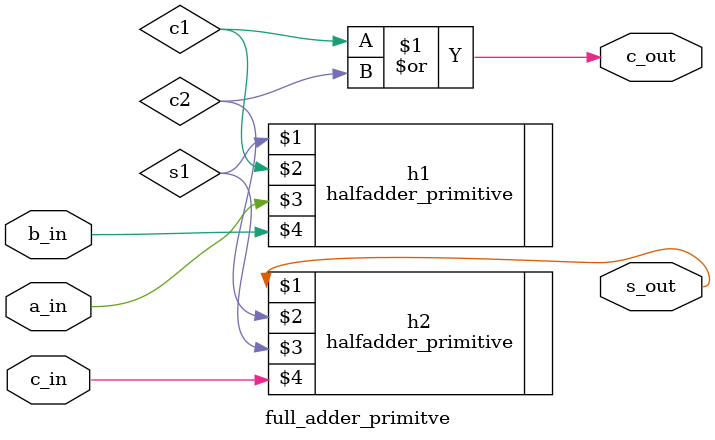
<source format=v>
`timescale 1ns / 1ps


module full_adder_primitve(
    output s_out,c_out,
    input a_in,b_in,c_in
    );
    wire s1,c1,c2;
    halfadder_primitive h1(s1,c1,a_in,b_in);
    halfadder_primitive h2(s_out,c2,s1,c_in);
    or o(c_out,c1,c2);
endmodule

</source>
